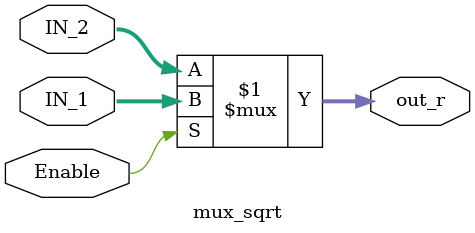
<source format=v>
module mux_sqrt
(
    input  [23:0]   IN_1, IN_2,
    input           Enable,
    output [23:0]   out_r
);
    
assign out_r   = (Enable)? IN_1 : IN_2;

endmodule //mux_sqrt



</source>
